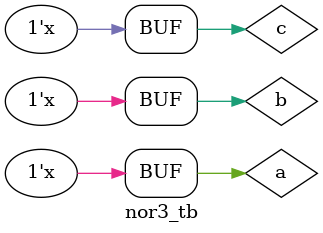
<source format=v>
module nor3(a,b,c,d);
  input a,b,c;
  output d;
  wire w0,w1;
  
  supply0 gnd;
  supply1 vcc;
  
  pmos p1(w0,vcc,a);
  pmos p2(w1,w0,b);
  pmos p3(d,w1,c);
  nmos n1(d,gnd,a);
  nmos n2(d,gnd,b);
  nmos n3(d,gnd,c);
  
endmodule

module nor3_tb;
  reg a,b,c;
  wire d;
  
  nor3 uut(a,b,c,d);
  
  initial
  begin
    a=0;b=0;c=0;
  end
  
  always begin #200 a=~a; end
  always begin #100 b=~b; end
  always begin #50 c=~c; end
  
endmodule


</source>
